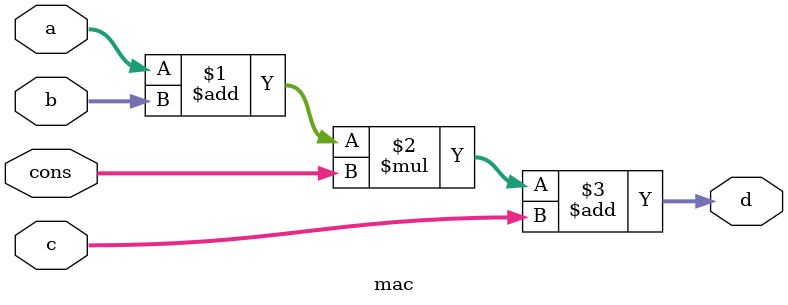
<source format=v>
module mac(
    input [size-1:0] a,
    input [size-1:0] b,
    input [size-1:0] c,
    input [size-1:0] cons,
    output reg [size-1:0] d
);
    parameter size = 32;

    wire [size-1:0] in;
    wire [size-1:0] temp;
    
    //assign in = a + b;
    //assign temp = in * const;
    assign d = ((a+b)*cons) + c;

endmodule
</source>
